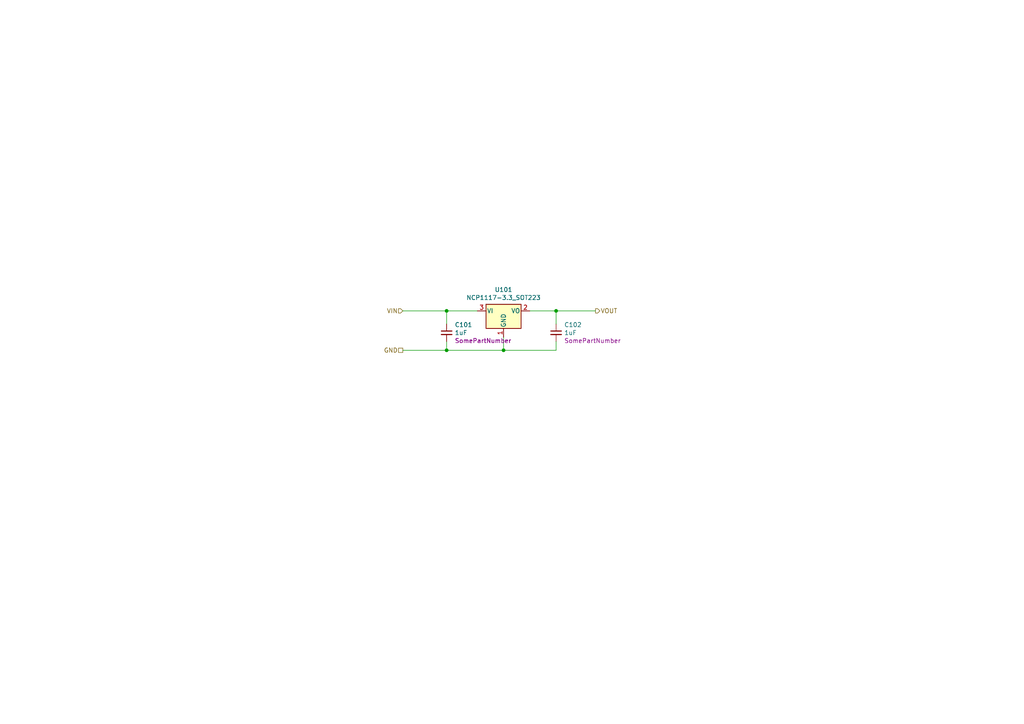
<source format=kicad_sch>
(kicad_sch (version 20211123) (generator eeschema)
  (paper "A4")
  (title_block (title "A 3.3-v LDO as a demo"))
  (lib_symbols
    (symbol "Device:C_Small" (pin_numbers hide) (pin_names (offset 0.254) hide)
      (property "Reference" "C" (at 0.254 1.778 0))
      (property "Value" "C_Small" (at 0.254 -2.032 0))
      (symbol "C_Small_0_1"
        (polyline (pts (xy -1.524 -0.508) (xy 1.524 -0.508)) (stroke (width 0.3302)))
        (polyline (pts (xy -1.524 0.508) (xy 1.524 0.508)) (stroke (width 0.3048)))
      )
      (symbol "C_Small_1_1"
        (pin passive line (at 0 2.54 270) (length 2.032) (name "~") (number "1"))
        (pin passive line (at 0 -2.54 90) (length 2.032) (name "~") (number "2"))
      )
    )
    (symbol "Regulator_Linear:NCP1117-3.3_SOT223" (pin_names (offset 0.254))
      (property "Reference" "U" (at -3.81 3.175 0))
      (property "Value" "NCP1117-3.3_SOT223" (at 0 3.175 0))
      (symbol "NCP1117-3.3_SOT223_0_1"
        (rectangle (start -5.08 -5.08) (end 5.08 1.905) (stroke (width 0.254)) (fill (type background)))
      )
      (symbol "NCP1117-3.3_SOT223_1_1"
        (pin power_in line (at 0 -7.62 90) (length 2.54) (name "GND") (number "1"))
        (pin power_out line (at 7.62 0 180) (length 2.54) (name "VO") (number "2"))
        (pin power_in line (at -7.62 0 0) (length 2.54) (name "VI") (number "3"))
      )
    )
  )
  (junction (at 129.54 101.6))
  (junction (at 161.29 90.17))
  (junction (at 129.54 90.17))
  (junction (at 146.05 101.6))
  (wire (pts (xy 161.29 93.98) (xy 161.29 90.17)))
  (wire (pts (xy 129.54 101.6) (xy 146.05 101.6)))
  (wire (pts (xy 129.54 101.6) (xy 116.84 101.6)))
  (wire (pts (xy 138.43 90.17) (xy 129.54 90.17)))
  (wire (pts (xy 129.54 90.17) (xy 116.84 90.17)))
  (wire (pts (xy 161.29 90.17) (xy 172.72 90.17)))
  (wire (pts (xy 129.54 99.06) (xy 129.54 101.6)))
  (wire (pts (xy 146.05 101.6) (xy 161.29 101.6)))
  (wire (pts (xy 129.54 90.17) (xy 129.54 93.98)))
  (wire (pts (xy 161.29 101.6) (xy 161.29 99.06)))
  (wire (pts (xy 146.05 97.79) (xy 146.05 101.6)))
  (wire (pts (xy 161.29 90.17) (xy 153.67 90.17)))
  (hierarchical_label "GND" (shape passive) (at 116.84 101.6 180))
  (hierarchical_label "VOUT" (shape output) (at 172.72 90.17 0))
  (hierarchical_label "VIN" (shape input) (at 116.84 90.17 180))
  (symbol (lib_id "Regulator_Linear:NCP1117-3.3_SOT223") (at 146.05 90.17 0) (unit 1)
    (property "Reference" "U101" (at 146.05 84.0232 0))
    (property "Value" "NCP1117-3.3_SOT223" (at 146.05 86.3346 0))
    (property "Footprint" "Package_TO_SOT_SMD:SOT-223-3_TabPin2" (effects hide))
    (property "Datasheet" "http://www.onsemi.com/pub_link/Collateral/NCP1117-D.PDF" (effects hide))
  )
  (symbol (lib_id "Device:C_Small") (at 129.54 96.52 0) (unit 1)
    (property "Reference" "C101" (at 131.8768 94.2086 0) (effects (justify left)))
    (property "Value" "1uF" (at 131.8768 96.52 0) (effects (justify left)))
    (property "Footprint" "Capacitor_SMD:C_0603_1608Metric" (effects hide))
    (property "PartNo" "SomePartNumber" (at 131.8768 98.8314 0) (effects (justify left)))
  )
  (symbol (lib_id "Device:C_Small") (at 161.29 96.52 0) (unit 1)
    (property "Reference" "C102" (at 163.6268 94.2086 0) (effects (justify left)))
    (property "Value" "1uF" (at 163.6268 96.52 0) (effects (justify left)))
    (property "Footprint" "Capacitor_SMD:C_0603_1608Metric" (effects hide))
    (property "PartNo" "SomePartNumber" (at 163.6268 98.8314 0) (effects (justify left)))
  )
)
</source>
